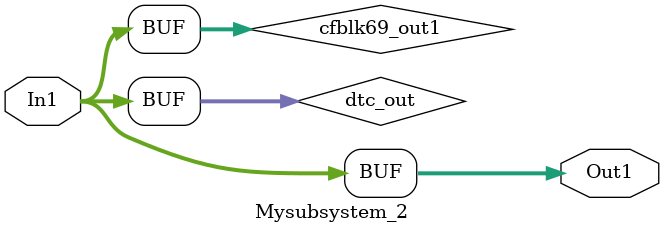
<source format=v>



`timescale 1 ns / 1 ns

module Mysubsystem_2
          (In1,
           Out1);


  input   [7:0] In1;  // uint8
  output  [7:0] Out1;  // uint8


  wire [7:0] dtc_out;  // ufix8
  wire [7:0] cfblk69_out1;  // uint8


  assign dtc_out = In1;



  assign cfblk69_out1 = dtc_out;



  assign Out1 = cfblk69_out1;

endmodule  // Mysubsystem_2


</source>
